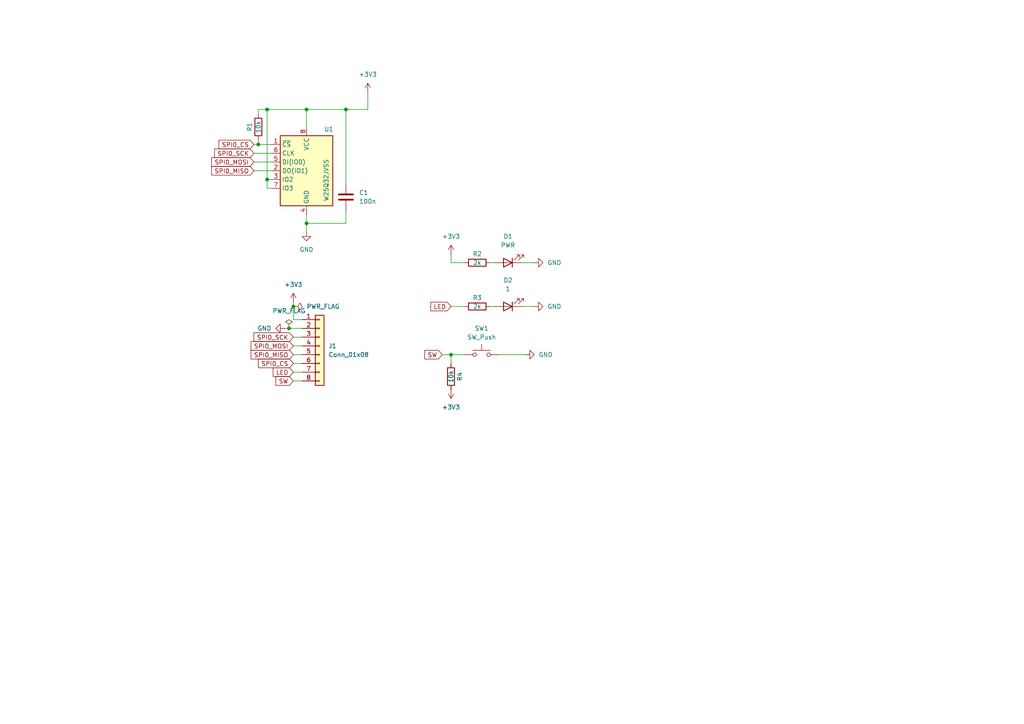
<source format=kicad_sch>
(kicad_sch (version 20231120) (generator "eeschema") (generator_version "8.0")
  (paper "A4")
  (lib_symbols
    (symbol "+3V3_1" (power) (pin_numbers hide) (pin_names (offset 0) hide)
      (property "Value" "+3V3" (at 0 3.556 0))
      (symbol "+3V3_1_0_1"
        (polyline (pts (xy -0.762 1.27) (xy 0 2.54)))
        (polyline (pts (xy 0 0) (xy 0 2.54)))
        (polyline (pts (xy 0 2.54) (xy 0.762 1.27)))
      )
      (symbol "+3V3_1_1_1"
        (pin power_in line (at 0 0 90) (length 0) (name "~") (number "1"))
      )
    )
    (symbol "Connector_Generic:Conn_01x08" (pin_names (offset 1.016) hide)
      (property "Reference" "J" (at 0 10.16 0))
      (property "Value" "Conn_01x08" (at 0 -12.7 0))
      (symbol "Conn_01x08_1_1"
        (rectangle (start -1.27 -10.033) (end 0 -10.287) (stroke (width 0.1524)))
        (rectangle (start -1.27 -7.493) (end 0 -7.747) (stroke (width 0.1524)))
        (rectangle (start -1.27 -4.953) (end 0 -5.207) (stroke (width 0.1524)))
        (rectangle (start -1.27 -2.413) (end 0 -2.667) (stroke (width 0.1524)))
        (rectangle (start -1.27 0.127) (end 0 -0.127) (stroke (width 0.1524)))
        (rectangle (start -1.27 2.667) (end 0 2.413) (stroke (width 0.1524)))
        (rectangle (start -1.27 5.207) (end 0 4.953) (stroke (width 0.1524)))
        (rectangle (start -1.27 7.747) (end 0 7.493) (stroke (width 0.1524)))
        (rectangle (start -1.27 8.89) (end 1.27 -11.43) (stroke (width 0.254)) (fill (type background)))
        (pin passive line (at -5.08 7.62 0) (length 3.81) (name "Pin_1") (number "1"))
        (pin passive line (at -5.08 5.08 0) (length 3.81) (name "Pin_2") (number "2"))
        (pin passive line (at -5.08 2.54 0) (length 3.81) (name "Pin_3") (number "3"))
        (pin passive line (at -5.08 0 0) (length 3.81) (name "Pin_4") (number "4"))
        (pin passive line (at -5.08 -2.54 0) (length 3.81) (name "Pin_5") (number "5"))
        (pin passive line (at -5.08 -5.08 0) (length 3.81) (name "Pin_6") (number "6"))
        (pin passive line (at -5.08 -7.62 0) (length 3.81) (name "Pin_7") (number "7"))
        (pin passive line (at -5.08 -10.16 0) (length 3.81) (name "Pin_8") (number "8"))
      )
    )
    (symbol "Device:C" (pin_numbers hide) (pin_names (offset 0.254))
      (property "Reference" "C" (at 0.635 2.54 0))
      (property "Value" "C" (at 0.635 -2.54 0))
      (symbol "C_0_1"
        (polyline (pts (xy -2.032 -0.762) (xy 2.032 -0.762)) (stroke (width 0.508)))
        (polyline (pts (xy -2.032 0.762) (xy 2.032 0.762)) (stroke (width 0.508)))
      )
      (symbol "C_1_1"
        (pin passive line (at 0 3.81 270) (length 2.794) (name "~") (number "1"))
        (pin passive line (at 0 -3.81 90) (length 2.794) (name "~") (number "2"))
      )
    )
    (symbol "Device:LED" (pin_numbers hide) (pin_names (offset 1.016) hide)
      (property "Reference" "D" (at 0 2.54 0))
      (property "Value" "LED" (at 0 -2.54 0))
      (symbol "LED_0_1"
        (polyline (pts (xy -1.27 -1.27) (xy -1.27 1.27)) (stroke (width 0.254)))
        (polyline (pts (xy -1.27 0) (xy 1.27 0)))
        (polyline (pts (xy 1.27 -1.27) (xy 1.27 1.27) (xy -1.27 0) (xy 1.27 -1.27)) (stroke (width 0.254)))
        (polyline (pts (xy -3.048 -0.762) (xy -4.572 -2.286) (xy -3.81 -2.286) (xy -4.572 -2.286) (xy -4.572 -1.524)))
        (polyline (pts (xy -1.778 -0.762) (xy -3.302 -2.286) (xy -2.54 -2.286) (xy -3.302 -2.286) (xy -3.302 -1.524)))
      )
      (symbol "LED_1_1"
        (pin passive line (at -3.81 0 0) (length 2.54) (name "K") (number "1"))
        (pin passive line (at 3.81 0 180) (length 2.54) (name "A") (number "2"))
      )
    )
    (symbol "Device:R" (pin_numbers hide) (pin_names (offset 0))
      (property "Reference" "R" (at 2.032 0 90))
      (property "Value" "R" (at 0 0 90))
      (symbol "R_0_1"
        (rectangle (start -1.016 -2.54) (end 1.016 2.54) (stroke (width 0.254)))
      )
      (symbol "R_1_1"
        (pin passive line (at 0 3.81 270) (length 1.27) (name "~") (number "1"))
        (pin passive line (at 0 -3.81 90) (length 1.27) (name "~") (number "2"))
      )
    )
    (symbol "GND_1" (power) (pin_numbers hide) (pin_names (offset 0) hide)
      (property "Value" "GND" (at 0 -3.81 0))
      (symbol "GND_1_0_1"
        (polyline (pts (xy 0 0) (xy 0 -1.27) (xy 1.27 -1.27) (xy 0 -2.54) (xy -1.27 -1.27) (xy 0 -1.27)))
      )
      (symbol "GND_1_1_1"
        (pin power_in line (at 0 0 270) (length 0) (name "~") (number "1"))
      )
    )
    (symbol "Memory_Flash:W25Q32JVSS"
      (property "Reference" "U" (at -6.35 11.43 0))
      (property "Value" "W25Q32JVSS" (at 7.62 11.43 0))
      (symbol "W25Q32JVSS_0_1"
        (rectangle (start -7.62 10.16) (end 7.62 -10.16) (stroke (width 0.254)) (fill (type background)))
      )
      (symbol "W25Q32JVSS_1_1"
        (pin input line (at -10.16 7.62 0) (length 2.54) (name "~{CS}") (number "1"))
        (pin bidirectional line (at -10.16 0 0) (length 2.54) (name "DO(IO1)") (number "2"))
        (pin bidirectional line (at -10.16 -2.54 0) (length 2.54) (name "IO2") (number "3"))
        (pin power_in line (at 0 -12.7 90) (length 2.54) (name "GND") (number "4"))
        (pin bidirectional line (at -10.16 2.54 0) (length 2.54) (name "DI(IO0)") (number "5"))
        (pin input line (at -10.16 5.08 0) (length 2.54) (name "CLK") (number "6"))
        (pin bidirectional line (at -10.16 -5.08 0) (length 2.54) (name "IO3") (number "7"))
        (pin power_in line (at 0 12.7 270) (length 2.54) (name "VCC") (number "8"))
      )
    )
    (symbol "Switch:SW_Push" (pin_numbers hide) (pin_names (offset 1.016) hide)
      (property "Reference" "SW" (at 1.27 2.54 0))
      (property "Value" "SW_Push" (at 0 -1.524 0))
      (symbol "SW_Push_0_1"
        (circle (center -2.032 0) (radius 0.508))
        (polyline (pts (xy 0 1.27) (xy 0 3.048)))
        (polyline (pts (xy 2.54 1.27) (xy -2.54 1.27)))
        (circle (center 2.032 0) (radius 0.508))
        (pin passive line (at -5.08 0 0) (length 2.54) (name "1") (number "1"))
        (pin passive line (at 5.08 0 180) (length 2.54) (name "2") (number "2"))
      )
    )
    (symbol "power:+3V3" (power) (pin_names (offset 0))
      (property "Value" "+3V3" (at 0 3.556 0))
      (symbol "+3V3_0_1"
        (polyline (pts (xy -0.762 1.27) (xy 0 2.54)))
        (polyline (pts (xy 0 0) (xy 0 2.54)))
        (polyline (pts (xy 0 2.54) (xy 0.762 1.27)))
      )
      (symbol "+3V3_1_1"
        (pin power_in line (at 0 0 90) (length 0) hide (name "+3V3") (number "1"))
      )
    )
    (symbol "power:GND" (power) (pin_names (offset 0))
      (property "Value" "GND" (at 0 -3.81 0))
      (symbol "GND_0_1"
        (polyline (pts (xy 0 0) (xy 0 -1.27) (xy 1.27 -1.27) (xy 0 -2.54) (xy -1.27 -1.27) (xy 0 -1.27)))
      )
      (symbol "GND_1_1"
        (pin power_in line (at 0 0 270) (length 0) hide (name "GND") (number "1"))
      )
    )
    (symbol "power:PWR_FLAG" (power) (pin_numbers hide) (pin_names (offset 0) hide)
      (property "Value" "PWR_FLAG" (at 0 3.81 0))
      (symbol "PWR_FLAG_0_0"
        (pin power_out line (at 0 0 90) (length 0) (name "~") (number "1"))
      )
      (symbol "PWR_FLAG_0_1"
        (polyline (pts (xy 0 0) (xy 0 1.27) (xy -1.016 1.905) (xy 0 2.54) (xy 1.016 1.905) (xy 0 1.27)))
      )
    )
  )
  (junction (at 74.93 41.91))
  (junction (at 130.81 102.87))
  (junction (at 85.09 88.9))
  (junction (at 100.33 31.75))
  (junction (at 77.47 31.75))
  (junction (at 88.9 64.77))
  (junction (at 83.82 95.25))
  (junction (at 88.9 31.75))
  (junction (at 77.47 52.07))
  (wire (pts (xy 100.33 64.77) (xy 88.9 64.77)))
  (wire (pts (xy 130.81 73.66) (xy 130.81 76.2)))
  (wire (pts (xy 83.82 95.25) (xy 87.63 95.25)))
  (wire (pts (xy 73.66 41.91) (xy 74.93 41.91)))
  (wire (pts (xy 142.24 76.2) (xy 143.51 76.2)))
  (wire (pts (xy 74.93 41.91) (xy 78.74 41.91)))
  (wire (pts (xy 100.33 60.96) (xy 100.33 64.77)))
  (wire (pts (xy 73.66 44.45) (xy 78.74 44.45)))
  (wire (pts (xy 144.78 102.87) (xy 152.4 102.87)))
  (wire (pts (xy 100.33 31.75) (xy 106.68 31.75)))
  (wire (pts (xy 88.9 31.75) (xy 88.9 36.83)))
  (wire (pts (xy 151.13 76.2) (xy 154.94 76.2)))
  (wire (pts (xy 73.66 46.99) (xy 78.74 46.99)))
  (wire (pts (xy 134.62 102.87) (xy 130.81 102.87)))
  (wire (pts (xy 130.81 88.9) (xy 134.62 88.9)))
  (wire (pts (xy 77.47 31.75) (xy 88.9 31.75)))
  (wire (pts (xy 78.74 52.07) (xy 77.47 52.07)))
  (wire (pts (xy 74.93 40.64) (xy 74.93 41.91)))
  (wire (pts (xy 82.55 95.25) (xy 83.82 95.25)))
  (wire (pts (xy 130.81 102.87) (xy 130.81 105.41)))
  (wire (pts (xy 88.9 64.77) (xy 88.9 62.23)))
  (wire (pts (xy 142.24 88.9) (xy 143.51 88.9)))
  (wire (pts (xy 100.33 31.75) (xy 100.33 53.34)))
  (wire (pts (xy 73.66 49.53) (xy 78.74 49.53)))
  (wire (pts (xy 85.09 97.79) (xy 87.63 97.79)))
  (wire (pts (xy 85.09 110.49) (xy 87.63 110.49)))
  (wire (pts (xy 85.09 87.63) (xy 85.09 88.9)))
  (wire (pts (xy 85.09 100.33) (xy 87.63 100.33)))
  (wire (pts (xy 130.81 102.87) (xy 128.27 102.87)))
  (wire (pts (xy 85.09 92.71) (xy 87.63 92.71)))
  (wire (pts (xy 77.47 31.75) (xy 77.47 52.07)))
  (wire (pts (xy 151.13 88.9) (xy 154.94 88.9)))
  (wire (pts (xy 74.93 31.75) (xy 77.47 31.75)))
  (wire (pts (xy 130.81 76.2) (xy 134.62 76.2)))
  (wire (pts (xy 85.09 102.87) (xy 87.63 102.87)))
  (wire (pts (xy 78.74 54.61) (xy 77.47 54.61)))
  (wire (pts (xy 74.93 33.02) (xy 74.93 31.75)))
  (wire (pts (xy 85.09 88.9) (xy 85.09 92.71)))
  (wire (pts (xy 88.9 31.75) (xy 100.33 31.75)))
  (wire (pts (xy 88.9 67.31) (xy 88.9 64.77)))
  (wire (pts (xy 85.09 107.95) (xy 87.63 107.95)))
  (wire (pts (xy 106.68 26.67) (xy 106.68 31.75)))
  (wire (pts (xy 77.47 54.61) (xy 77.47 52.07)))
  (wire (pts (xy 85.09 105.41) (xy 87.63 105.41)))
  (global_label "SPI0_MOSI" (shape input) (at 85.09 100.33 180) (property "Intersheetrefs" "${INTERSHEET_REFS}" (effects (hide yes))))
  (global_label "SPI0_CS" (shape input) (at 73.66 41.91 180) (property "Intersheetrefs" "${INTERSHEET_REFS}" (effects (hide yes))))
  (global_label "SW" (shape input) (at 128.27 102.87 180) (property "Intersheetrefs" "${INTERSHEET_REFS}" (effects (hide yes))))
  (global_label "SPI0_SCK" (shape input) (at 85.09 97.79 180) (property "Intersheetrefs" "${INTERSHEET_REFS}" (effects (hide yes))))
  (global_label "SPI0_SCK" (shape input) (at 73.66 44.45 180) (property "Intersheetrefs" "${INTERSHEET_REFS}" (effects (hide yes))))
  (global_label "LED" (shape input) (at 130.81 88.9 180) (property "Intersheetrefs" "${INTERSHEET_REFS}" (effects (hide yes))))
  (global_label "SPI0_MISO" (shape input) (at 85.09 102.87 180) (property "Intersheetrefs" "${INTERSHEET_REFS}" (effects (hide yes))))
  (global_label "SPI0_CS" (shape input) (at 85.09 105.41 180) (property "Intersheetrefs" "${INTERSHEET_REFS}" (effects (hide yes))))
  (global_label "LED" (shape input) (at 85.09 107.95 180) (property "Intersheetrefs" "${INTERSHEET_REFS}" (effects (hide yes))))
  (global_label "SPI0_MOSI" (shape input) (at 73.66 46.99 180) (property "Intersheetrefs" "${INTERSHEET_REFS}" (effects (hide yes))))
  (global_label "SW" (shape input) (at 85.09 110.49 180) (property "Intersheetrefs" "${INTERSHEET_REFS}" (effects (hide yes))))
  (global_label "SPI0_MISO" (shape input) (at 73.66 49.53 180) (property "Intersheetrefs" "${INTERSHEET_REFS}" (effects (hide yes))))
  (symbol (lib_id "Device:R") (at 138.43 88.9 90) (unit 1)
    (property "Reference" "R3" (at 138.43 86.36 90))
    (property "Value" "2k" (at 138.43 88.9 90))
    (property "Footprint" "Resistor_SMD:R_0402_1005Metric_Pad0.72x0.64mm_HandSolder" (effects (hide yes)))
  )
  (symbol (lib_id "power:GND") (at 154.94 88.9 90) (unit 1)
    (property "Reference" "#PWR08" (effects (hide yes)))
    (property "Value" "GND" (at 158.75 88.9 90) (effects (justify right)))
  )
  (symbol (lib_id "Device:LED") (at 147.32 76.2 180) (unit 1)
    (property "Reference" "D1" (at 147.32 68.58 0))
    (property "Value" "PWR" (at 147.32 71.12 0))
    (property "Footprint" "LED_SMD:LED_0603_1608Metric_Pad1.05x0.95mm_HandSolder" (effects (hide yes)))
  )
  (symbol (lib_id "power:GND") (at 152.4 102.87 90) (unit 1)
    (property "Reference" "#PWR06" (effects (hide yes)))
    (property "Value" "GND" (at 156.21 102.87 90) (effects (justify right)))
  )
  (symbol (lib_name "GND_1") (lib_id "power:GND") (at 82.55 95.25 270) (unit 1)
    (property "Reference" "#PWR01" (effects (hide yes)))
    (property "Value" "GND" (at 78.74 95.2499 90) (effects (justify right)))
    (property "Description" "Power symbol creates a global label with name \"GND\" , ground" (effects (hide yes)))
  )
  (symbol (lib_name "+3V3_1") (lib_id "power:+3V3") (at 106.68 26.67 0) (unit 1)
    (property "Reference" "#PWR04" (effects (hide yes)))
    (property "Value" "+3V3" (at 106.68 21.59 0))
    (property "Description" "Power symbol creates a global label with name \"+3V3\"" (effects (hide yes)))
  )
  (symbol (lib_id "Switch:SW_Push") (at 139.7 102.87 0) (mirror y) (unit 1)
    (property "Reference" "SW1" (at 139.7 95.25 0))
    (property "Value" "SW_Push" (at 139.7 97.79 0))
    (property "Footprint" "Button_Switch_SMD:SW_SPST_PTS810" (effects (hide yes)))
  )
  (symbol (lib_id "Device:R") (at 74.93 36.83 180) (unit 1)
    (property "Reference" "R1" (at 72.39 36.83 90))
    (property "Value" "10k" (at 74.93 36.83 90))
    (property "Footprint" "Resistor_SMD:R_0402_1005Metric_Pad0.72x0.64mm_HandSolder" (effects (hide yes)))
    (property "Description" "Resistor" (effects (hide yes)))
  )
  (symbol (lib_id "power:+3V3") (at 130.81 113.03 180) (unit 1)
    (property "Reference" "#PWR09" (effects (hide yes)))
    (property "Value" "+3V3" (at 130.81 118.11 0))
  )
  (symbol (lib_id "power:PWR_FLAG") (at 85.09 88.9 270) (unit 1)
    (property "Reference" "#FLG02" (effects (hide yes)))
    (property "Value" "PWR_FLAG" (at 88.9 88.8999 90) (effects (justify left)))
    (property "Description" "Special symbol for telling ERC where power comes from" (effects (hide yes)))
  )
  (symbol (lib_id "Connector_Generic:Conn_01x08") (at 92.71 100.33 0) (unit 1)
    (property "Reference" "J1" (at 95.25 100.3299 0) (effects (justify left)))
    (property "Value" "Conn_01x08" (at 95.25 102.8699 0) (effects (justify left)))
    (property "Footprint" "Connector_PinHeader_2.54mm:PinHeader_1x08_P2.54mm_Vertical" (effects (hide yes)))
    (property "Description" "Generic connector, single row, 01x08, script generated (kicad-library-utils/schlib/autogen/connector/)" (effects (hide yes)))
  )
  (symbol (lib_name "+3V3_1") (lib_id "power:+3V3") (at 85.09 87.63 0) (unit 1)
    (property "Reference" "#PWR02" (effects (hide yes)))
    (property "Value" "+3V3" (at 85.09 82.55 0))
    (property "Description" "Power symbol creates a global label with name \"+3V3\"" (effects (hide yes)))
  )
  (symbol (lib_id "Memory_Flash:W25Q32JVSS") (at 88.9 49.53 0) (unit 1)
    (property "Reference" "U1" (at 93.98 37.465 0) (effects (justify left)))
    (property "Value" "W25Q32JVSS" (at 94.615 58.42 90) (effects (justify left)))
    (property "Footprint" "Package_SO:SOIC-8_5.23x5.23mm_P1.27mm" (effects (hide yes)))
    (property "Datasheet" "http://www.winbond.com/resource-files/w25q32jv%20revg%2003272018%20plus.pdf" (effects (hide yes)))
    (property "Description" "32Mb Serial Flash Memory, Standard/Dual/Quad SPI, SOIC-8" (effects (hide yes)))
  )
  (symbol (lib_id "power:+3V3") (at 130.81 73.66 0) (unit 1)
    (property "Reference" "#PWR05" (effects (hide yes)))
    (property "Value" "+3V3" (at 130.81 68.58 0))
  )
  (symbol (lib_name "GND_1") (lib_id "power:GND") (at 88.9 67.31 0) (unit 1)
    (property "Reference" "#PWR03" (effects (hide yes)))
    (property "Value" "GND" (at 88.9 72.39 0))
    (property "Description" "Power symbol creates a global label with name \"GND\" , ground" (effects (hide yes)))
  )
  (symbol (lib_id "Device:LED") (at 147.32 88.9 180) (unit 1)
    (property "Reference" "D2" (at 147.32 81.28 0))
    (property "Value" "1" (at 147.32 83.82 0))
    (property "Footprint" "LED_SMD:LED_0603_1608Metric_Pad1.05x0.95mm_HandSolder" (effects (hide yes)))
  )
  (symbol (lib_id "Device:R") (at 138.43 76.2 90) (unit 1)
    (property "Reference" "R2" (at 138.43 73.66 90))
    (property "Value" "2k" (at 138.43 76.2 90))
    (property "Footprint" "Resistor_SMD:R_0402_1005Metric_Pad0.72x0.64mm_HandSolder" (effects (hide yes)))
  )
  (symbol (lib_id "Device:R") (at 130.81 109.22 0) (unit 1)
    (property "Reference" "R4" (at 133.35 109.22 90))
    (property "Value" "10k" (at 130.81 109.22 90))
    (property "Footprint" "Resistor_SMD:R_0402_1005Metric_Pad0.72x0.64mm_HandSolder" (effects (hide yes)))
  )
  (symbol (lib_id "power:PWR_FLAG") (at 83.82 95.25 0) (unit 1)
    (property "Reference" "#FLG01" (effects (hide yes)))
    (property "Value" "PWR_FLAG" (at 83.82 90.17 0))
    (property "Description" "Special symbol for telling ERC where power comes from" (effects (hide yes)))
  )
  (symbol (lib_id "power:GND") (at 154.94 76.2 90) (unit 1)
    (property "Reference" "#PWR07" (effects (hide yes)))
    (property "Value" "GND" (at 158.75 76.2 90) (effects (justify right)))
  )
  (symbol (lib_id "Device:C") (at 100.33 57.15 180) (unit 1)
    (property "Reference" "C1" (at 104.14 55.8799 0) (effects (justify right)))
    (property "Value" "100n" (at 104.14 58.4199 0) (effects (justify right)))
    (property "Footprint" "Capacitor_SMD:C_0402_1005Metric_Pad0.74x0.62mm_HandSolder" (effects (hide yes)))
    (property "Description" "Unpolarized capacitor" (effects (hide yes)))
  )
)
</source>
